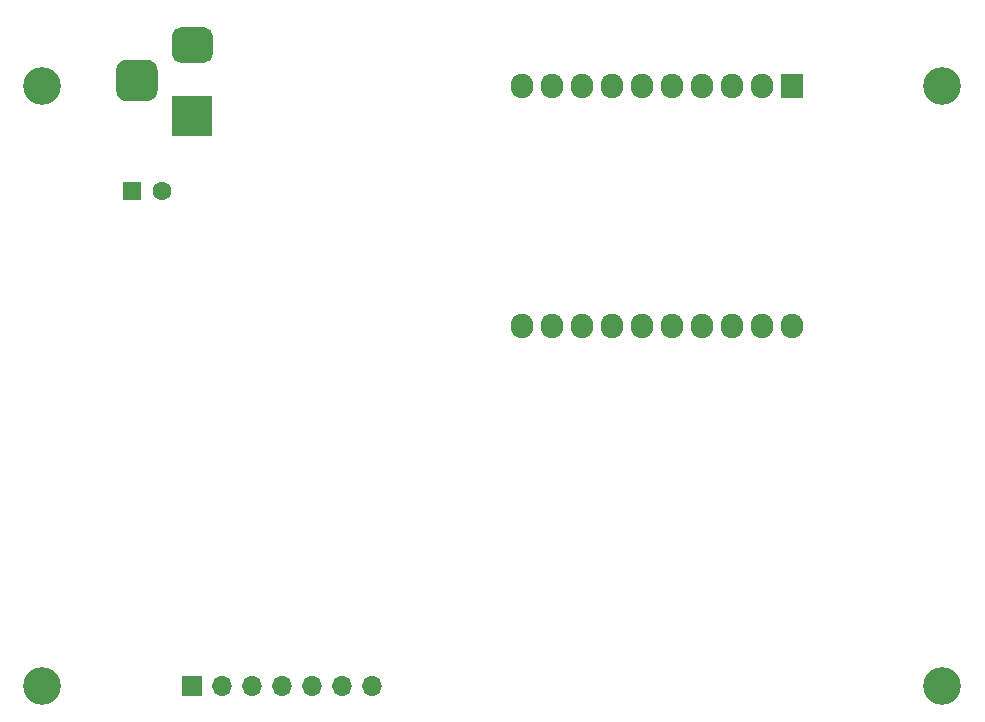
<source format=gbr>
%TF.GenerationSoftware,KiCad,Pcbnew,5.1.8+dfsg1-1+b1*%
%TF.CreationDate,2021-04-12T18:27:31-05:00*%
%TF.ProjectId,weather,77656174-6865-4722-9e6b-696361645f70,B*%
%TF.SameCoordinates,Original*%
%TF.FileFunction,Soldermask,Bot*%
%TF.FilePolarity,Negative*%
%FSLAX46Y46*%
G04 Gerber Fmt 4.6, Leading zero omitted, Abs format (unit mm)*
G04 Created by KiCad (PCBNEW 5.1.8+dfsg1-1+b1) date 2021-04-12 18:27:31*
%MOMM*%
%LPD*%
G01*
G04 APERTURE LIST*
%ADD10C,1.600000*%
%ADD11R,1.600000X1.600000*%
%ADD12O,1.700000X1.700000*%
%ADD13R,1.700000X1.700000*%
%ADD14R,3.500000X3.500000*%
%ADD15O,1.900000X2.100000*%
%ADD16R,1.900000X2.100000*%
%ADD17C,3.200000*%
G04 APERTURE END LIST*
D10*
%TO.C,C1*%
X60920000Y-59690000D03*
D11*
X58420000Y-59690000D03*
%TD*%
D12*
%TO.C,U1*%
X78740000Y-101600000D03*
X76200000Y-101600000D03*
X73660000Y-101600000D03*
X71120000Y-101600000D03*
X68580000Y-101600000D03*
X66040000Y-101600000D03*
D13*
X63500000Y-101600000D03*
%TD*%
%TO.C,J1*%
G36*
G01*
X57925000Y-48590000D02*
X59675000Y-48590000D01*
G75*
G02*
X60550000Y-49465000I0J-875000D01*
G01*
X60550000Y-51215000D01*
G75*
G02*
X59675000Y-52090000I-875000J0D01*
G01*
X57925000Y-52090000D01*
G75*
G02*
X57050000Y-51215000I0J875000D01*
G01*
X57050000Y-49465000D01*
G75*
G02*
X57925000Y-48590000I875000J0D01*
G01*
G37*
G36*
G01*
X62500000Y-45840000D02*
X64500000Y-45840000D01*
G75*
G02*
X65250000Y-46590000I0J-750000D01*
G01*
X65250000Y-48090000D01*
G75*
G02*
X64500000Y-48840000I-750000J0D01*
G01*
X62500000Y-48840000D01*
G75*
G02*
X61750000Y-48090000I0J750000D01*
G01*
X61750000Y-46590000D01*
G75*
G02*
X62500000Y-45840000I750000J0D01*
G01*
G37*
D14*
X63500000Y-53340000D03*
%TD*%
D15*
%TO.C,A1*%
X91440000Y-71120000D03*
X91440000Y-50800000D03*
X93980000Y-71120000D03*
X93980000Y-50800000D03*
X96520000Y-71120000D03*
X96520000Y-50800000D03*
X99060000Y-71120000D03*
X99060000Y-50800000D03*
X101600000Y-71120000D03*
X101600000Y-50800000D03*
X104140000Y-71120000D03*
X104140000Y-50800000D03*
X106680000Y-71120000D03*
X106680000Y-50800000D03*
X109220000Y-71120000D03*
X109220000Y-50800000D03*
X111760000Y-71120000D03*
X111760000Y-50800000D03*
X114300000Y-71120000D03*
D16*
X114300000Y-50800000D03*
%TD*%
D17*
%TO.C,REF\u002A\u002A*%
X127000000Y-50800000D03*
%TD*%
%TO.C,REF\u002A\u002A*%
X127000000Y-101600000D03*
%TD*%
%TO.C,REF\u002A\u002A*%
X50800000Y-101600000D03*
%TD*%
%TO.C,REF\u002A\u002A*%
X50800000Y-50800000D03*
%TD*%
M02*

</source>
